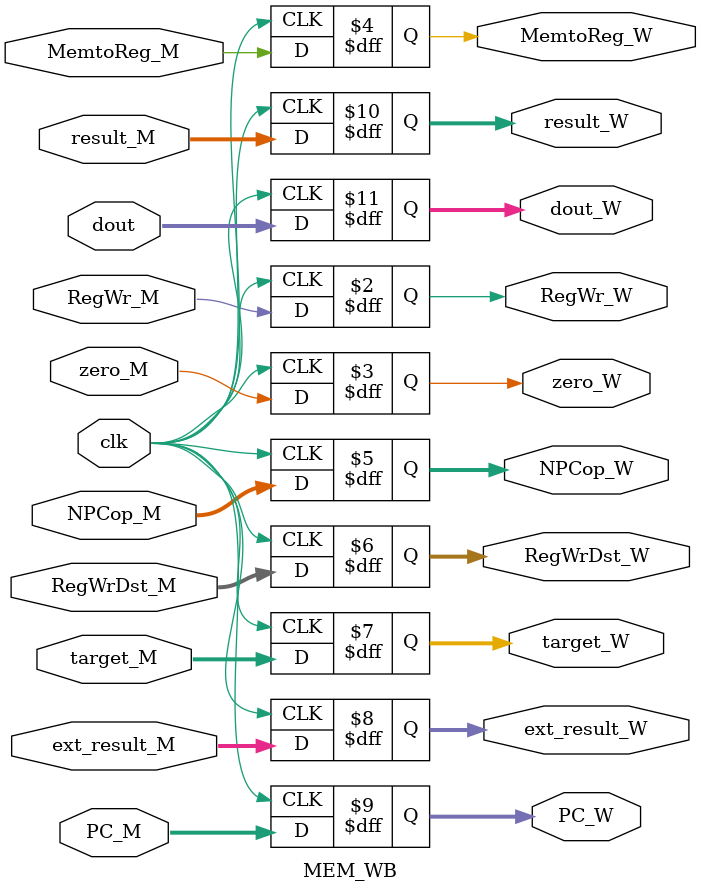
<source format=v>
module MEM_WB(clk, ext_result_M, PC_M, RegWr_M, NPCop_M, zero_M, target_M, MemtoReg_M, result_M, dout, RegWrDst_M, 
                   ext_result_W, PC_W, RegWr_W, NPCop_W, zero_W, target_W, MemtoReg_W, result_W, dout_W, RegWrDst_W);
    
    input clk, RegWr_M, zero_M, MemtoReg_M;
    input [3: 0] NPCop_M;
    input [4: 0] RegWrDst_M;
    input [25: 0] target_M;
    input [31: 0] ext_result_M, PC_M, result_M, dout;

    output reg RegWr_W, zero_W, MemtoReg_W;
    output reg[3: 0] NPCop_W;
    output reg[4: 0] RegWrDst_W;
    output reg[25: 0] target_W;
    output reg[31: 0] ext_result_W, PC_W, result_W, dout_W;

    always @(posedge clk ) begin
        ext_result_W <= ext_result_M;
        RegWrDst_W <= RegWrDst_M;
        PC_W <= PC_M;
        RegWr_W <= RegWr_M;
        NPCop_W <= NPCop_M;
        zero_W <= zero_M;
        target_W <= target_M;
        MemtoReg_W <= MemtoReg_M;
        result_W <= result_M;
        dout_W <= dout;
    end
endmodule
</source>
